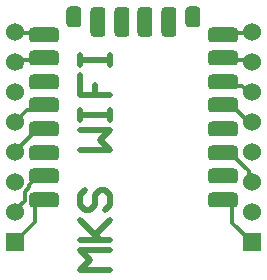
<source format=gbr>
%TF.GenerationSoftware,Altium Limited,Altium Designer,20.2.5 (213)*%
G04 Layer_Physical_Order=1*
G04 Layer_Color=255*
%FSLAX26Y26*%
%MOIN*%
%TF.SameCoordinates,BE539DE5-043B-4D0A-8C02-F193005B2E19*%
%TF.FilePolarity,Positive*%
%TF.FileFunction,Copper,L1,Top,Signal*%
%TF.Part,Single*%
G01*
G75*
%TA.AperFunction,ConnectorPad*%
G04:AMPARAMS|DCode=10|XSize=70mil|YSize=50mil|CornerRadius=12.5mil|HoleSize=0mil|Usage=FLASHONLY|Rotation=270.000|XOffset=0mil|YOffset=0mil|HoleType=Round|Shape=RoundedRectangle|*
%AMROUNDEDRECTD10*
21,1,0.070000,0.025000,0,0,270.0*
21,1,0.045000,0.050000,0,0,270.0*
1,1,0.025000,-0.012500,-0.022500*
1,1,0.025000,-0.012500,0.022500*
1,1,0.025000,0.012500,0.022500*
1,1,0.025000,0.012500,-0.022500*
%
%ADD10ROUNDEDRECTD10*%
G04:AMPARAMS|DCode=11|XSize=100mil|YSize=50mil|CornerRadius=12.5mil|HoleSize=0mil|Usage=FLASHONLY|Rotation=270.000|XOffset=0mil|YOffset=0mil|HoleType=Round|Shape=RoundedRectangle|*
%AMROUNDEDRECTD11*
21,1,0.100000,0.025000,0,0,270.0*
21,1,0.075000,0.050000,0,0,270.0*
1,1,0.025000,-0.012500,-0.037500*
1,1,0.025000,-0.012500,0.037500*
1,1,0.025000,0.012500,0.037500*
1,1,0.025000,0.012500,-0.037500*
%
%ADD11ROUNDEDRECTD11*%
G04:AMPARAMS|DCode=12|XSize=100mil|YSize=50mil|CornerRadius=12.5mil|HoleSize=0mil|Usage=FLASHONLY|Rotation=180.000|XOffset=0mil|YOffset=0mil|HoleType=Round|Shape=RoundedRectangle|*
%AMROUNDEDRECTD12*
21,1,0.100000,0.025000,0,0,180.0*
21,1,0.075000,0.050000,0,0,180.0*
1,1,0.025000,-0.037500,0.012500*
1,1,0.025000,0.037500,0.012500*
1,1,0.025000,0.037500,-0.012500*
1,1,0.025000,-0.037500,-0.012500*
%
%ADD12ROUNDEDRECTD12*%
%TA.AperFunction,Conductor*%
%ADD13C,0.012000*%
%TA.AperFunction,NonConductor*%
%ADD14C,0.020000*%
%TA.AperFunction,ComponentPad*%
%ADD15R,0.060000X0.060000*%
%ADD16C,0.060000*%
D10*
X3142512Y3591496D02*
D03*
X3536213D02*
D03*
D11*
X3221252Y3576496D02*
D03*
X3299992D02*
D03*
X3378732D02*
D03*
X3457472D02*
D03*
D12*
X3042732Y2982756D02*
D03*
Y3061496D02*
D03*
Y3140236D02*
D03*
Y3218976D02*
D03*
Y3297717D02*
D03*
Y3376457D02*
D03*
Y3455197D02*
D03*
Y3533937D02*
D03*
X3637732D02*
D03*
Y3455197D02*
D03*
Y3376457D02*
D03*
Y3297717D02*
D03*
Y3218976D02*
D03*
Y3140236D02*
D03*
Y3061496D02*
D03*
Y2982756D02*
D03*
D13*
X3042252Y3449252D02*
X3052000Y3459000D01*
X3641732Y3523622D02*
X3656732Y3538622D01*
X3038047D02*
X3042732Y3533937D01*
X3641732Y2982756D02*
X3650727D01*
X3720097Y3343307D02*
X3733086D01*
X3029738Y2982756D02*
X3042732D01*
X3011232Y2964251D02*
X3029738Y2982756D01*
X3011232Y2908855D02*
Y2964251D01*
X2945685Y2843307D02*
X3011232Y2908855D01*
X2951630Y3449252D02*
X3042252D01*
X2945685Y3443307D02*
X2963795Y3425197D01*
X2945685Y3443307D02*
X2951630Y3449252D01*
X3021250Y3061496D02*
X3042732D01*
X2945685Y3243307D02*
X2985107Y3282729D01*
X3643677Y3449252D02*
X3727141D01*
X3637732Y3455197D02*
X3643677Y3449252D01*
X3727141D02*
X3733086Y3443307D01*
X3672967Y3291000D02*
X3720660Y3243307D01*
X2945685Y3543307D02*
X2950370Y3538622D01*
X3019543Y3218976D02*
X3042732D01*
X2945685Y3145118D02*
X3019543Y3218976D01*
X3652720Y3361469D02*
X3701935D01*
X3656732Y3538622D02*
X3728401D01*
X2950370D02*
X3038047D01*
X3728401D02*
X3733086Y3543307D01*
X3637732Y3376457D02*
X3652720Y3361469D01*
X3644000Y3291000D02*
X3672967D01*
X3662732Y3140236D02*
X3723902Y3079067D01*
Y3052491D02*
X3733086Y3043307D01*
X3637732Y3140236D02*
X3662732D01*
X3650727Y2982756D02*
X3669232Y2964251D01*
X2991685Y3024253D02*
Y3031931D01*
X2945685Y2949094D02*
X2976732Y2980142D01*
X2991685Y3031931D02*
X3021250Y3061496D01*
X2976732Y3009301D02*
X2991685Y3024253D01*
X2976732Y2980142D02*
Y3009301D01*
X2945685Y2943307D02*
Y2949094D01*
X3669232Y2907161D02*
X3733086Y2843307D01*
X3669232Y2907161D02*
Y2964251D01*
X3723902Y3052491D02*
Y3079067D01*
X3720660Y3243307D02*
X3733086D01*
X3701935Y3361469D02*
X3720097Y3343307D01*
X2945685Y3143307D02*
Y3145118D01*
X2985107Y3282729D02*
X3027745D01*
X3042732Y3297717D01*
D14*
X3260000Y2748000D02*
X3160032D01*
X3193355Y2781323D01*
X3160032Y2814645D01*
X3260000D01*
X3160032Y2847968D02*
X3260000D01*
X3226677D01*
X3160032Y2914613D01*
X3210016Y2864629D01*
X3260000Y2914613D01*
X3176694Y3014581D02*
X3160032Y2997919D01*
Y2964597D01*
X3176694Y2947935D01*
X3193355D01*
X3210016Y2964597D01*
Y2997919D01*
X3226677Y3014581D01*
X3243339D01*
X3260000Y2997919D01*
Y2964597D01*
X3243339Y2947935D01*
X3160032Y3147871D02*
X3260000D01*
X3226677Y3181193D01*
X3260000Y3214516D01*
X3160032D01*
Y3247838D02*
Y3281161D01*
Y3264500D01*
X3260000D01*
Y3247838D01*
Y3281161D01*
X3160032Y3397790D02*
Y3331145D01*
X3210016D01*
Y3364468D01*
Y3331145D01*
X3260000D01*
X3160032Y3431113D02*
Y3464435D01*
Y3447774D01*
X3260000D01*
Y3431113D01*
Y3464435D01*
D15*
X2945685Y2843307D02*
D03*
X3733086D02*
D03*
D16*
X2945685Y2943307D02*
D03*
Y3043307D02*
D03*
Y3143307D02*
D03*
Y3243307D02*
D03*
Y3343307D02*
D03*
Y3443307D02*
D03*
Y3543307D02*
D03*
X3733086Y2943307D02*
D03*
Y3043307D02*
D03*
Y3143307D02*
D03*
Y3243307D02*
D03*
Y3343307D02*
D03*
Y3443307D02*
D03*
Y3543307D02*
D03*
%TF.MD5,fa3e7236ba88cca86d379e4fa6572b2b*%
M02*

</source>
